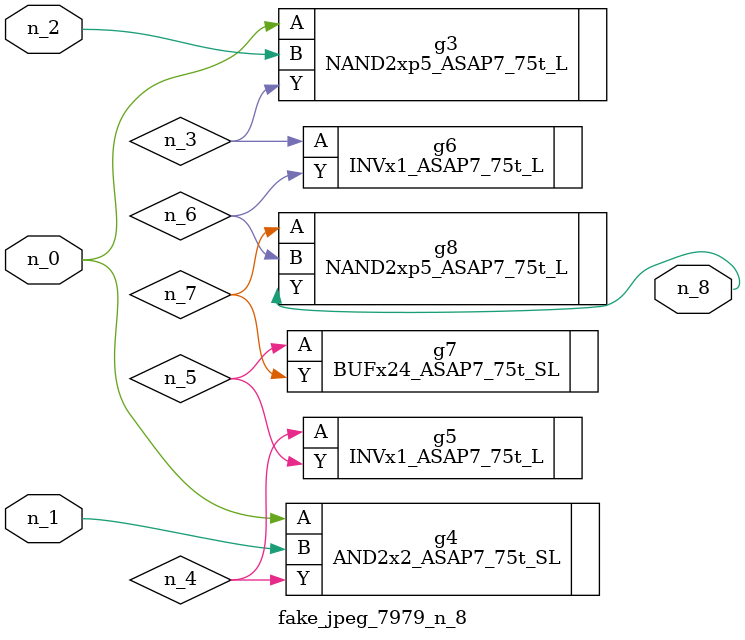
<source format=v>
module fake_jpeg_7979_n_8 (n_0, n_2, n_1, n_8);

input n_0;
input n_2;
input n_1;

output n_8;

wire n_3;
wire n_4;
wire n_6;
wire n_5;
wire n_7;

NAND2xp5_ASAP7_75t_L g3 ( 
.A(n_0),
.B(n_2),
.Y(n_3)
);

AND2x2_ASAP7_75t_SL g4 ( 
.A(n_0),
.B(n_1),
.Y(n_4)
);

INVx1_ASAP7_75t_L g5 ( 
.A(n_4),
.Y(n_5)
);

BUFx24_ASAP7_75t_SL g7 ( 
.A(n_5),
.Y(n_7)
);

INVx1_ASAP7_75t_L g6 ( 
.A(n_3),
.Y(n_6)
);

NAND2xp5_ASAP7_75t_L g8 ( 
.A(n_7),
.B(n_6),
.Y(n_8)
);


endmodule
</source>
